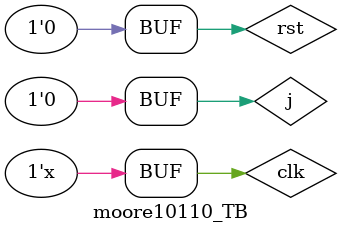
<source format=v>
`timescale 1ns/1ns
module moore10110_pre(input clk,rst,j, output w);
	reg [2:0] ns,ps;
	parameter [2:0] A=3'b000, B=3'b001, C=3'b010, D=3'b011, E=3'b100, F=3'b101; 
	
	always @(ps,j) begin
		ns = A;
		case(ps)
			A: ns= j ? B : A;
			B: ns= j ? B : C;
			C: ns= j ? D : A;
			D: ns= j ? E : C;
			E: ns= j ? B : F;
			F: ns= j ? D : A;
			default: ns= A;
		endcase
	end

	assign w= (ps==F) ? 1'b1 : 1'b0;

	always @(posedge clk, posedge rst) begin
		if (rst)
			ps <= A;
		else
			ps <= ns;
	end

endmodule

module moore10110_TB();
	reg j=0,clk=0,rst=0;
	wire w;
	moore10110_pre M(clk,rst,j, w);
	initial begin
		#220 rst = 1;
		#130 rst = 0;
		#200 j = 1;
		#200 j = 0;
		#200 j = 1;
		#200 j = 1;
		#200 j = 0;
		#200 j = 1;
		rst = 1;
		#200 j = 1;
		rst = 0;
		#200 j = 0;
		#200 j = 0;
		#200 j = 1;
		#200 j = 0;
		#200 j = 1;
		#200 j = 0;
		#200 j = 1;
		#200 j = 1;
		#200 j = 0;
		#200 j = 1;
		#200 j = 1;
		#200 j = 0;
		#200 j = 0;
		#200 j = 0;
		#200 j = 1;
		#200 j = 0;
		#200 j = 0;
	end
	always #100 clk = ~clk;
endmodule






</source>
